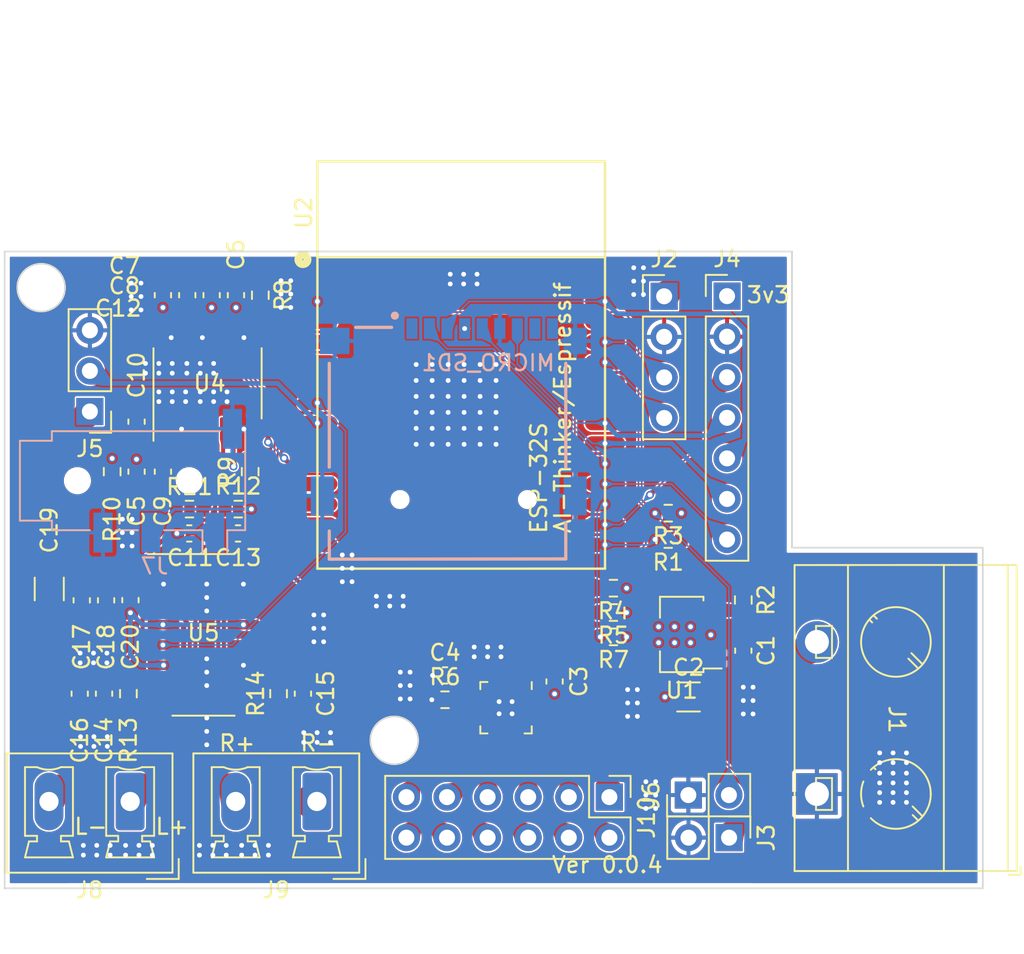
<source format=kicad_pcb>
(kicad_pcb (version 20221018) (generator pcbnew)
  (layers (0 "F.Cu" signal) (1 "In1.Cu" signal) (2 "In2.Cu" signal) (31 "B.Cu" signal) (34 "B.Paste" user) (35 "F.Paste" user) (36 "B.SilkS" user "B.Silkscreen") (37 "F.SilkS" user "F.Silkscreen") (38 "B.Mask" user) (39 "F.Mask" user) (44 "Edge.Cuts" user))
  (net 0 "")
  (net 1 "+5V")
  (net 2 "GND")
  (net 3 "+3V3")
  (net 4 "Net-(U3-VREG)")
  (net 5 "Net-(U4-CAPM)")
  (net 6 "Net-(U4-CAPP)")
  (net 7 "Net-(U4-VNEG)")
  (net 8 "/AUDIO_L")
  (net 9 "Net-(U4-LDOO)")
  (net 10 "/AUDIO_R")
  (net 11 "Net-(C14-Pad2)")
  (net 12 "Net-(C15-Pad2)")
  (net 13 "Net-(U5-VREF)")
  (net 14 "VDD")
  (net 15 "/TXD")
  (net 16 "/RXD")
  (net 17 "/IO0")
  (net 18 "/ESP_EN")
  (net 19 "/VSPI_MISO")
  (net 20 "/VSPI_MOSI")
  (net 21 "/VSPI_SCLK")
  (net 22 "/RC522_SPI_CS")
  (net 23 "/WS2812_SIG")
  (net 24 "/SD_SPI_CS")
  (net 25 "/MPR121/ELE1")
  (net 26 "/MPR121/ELE10")
  (net 27 "/MPR121/ELE3")
  (net 28 "/MPR121/ELE8")
  (net 29 "/MPR121/ELE5")
  (net 30 "/MPR121/ELE6")
  (net 31 "/MPR121/ELE7")
  (net 32 "/MPR121/ELE4")
  (net 33 "/MPR121/ELE9")
  (net 34 "/MPR121/ELE2")
  (net 35 "/MPR121/ELE11")
  (net 36 "/MPR121/ELE0")
  (net 37 "/~{RC522_RST}")
  (net 38 "/HSPI_MISO")
  (net 39 "/~{IRQ}")
  (net 40 "/HSPI_CLK")
  (net 43 "/HSPI_MOSI")
  (net 45 "/PAM8403/+AOUT_L")
  (net 46 "/PAM8403/-AOUT_L")
  (net 47 "/PAM8403/-AOUT_R")
  (net 48 "/PAM8403/+AOUT_R")
  (net 49 "/I2C_SDA")
  (net 50 "/I2C_SCL")
  (net 51 "Net-(U3-REXT)")
  (net 52 "/PCM5102/FLT_EN")
  (net 53 "/PCM5102/DEMP_EN")
  (net 54 "Net-(U4-OUTL)")
  (net 55 "Net-(U4-OUTR)")
  (net 56 "Net-(U5-INL)")
  (net 57 "Net-(U5-INR)")
  (net 60 "/AUDIO_MUTE")
  (net 61 "/I2S_LRC")
  (net 62 "/I2S_BCLK")
  (net 63 "/I2S_DO")
  (net 72 "/PAM8403/~{SHDN}")
  (footprint "Resistor_SMD:R_0603_1608Metric" (layer "F.Cu") (at 91.313 67.8865 90)
    (fp_text reference "R10")
    (fp_text value "100k")
  )
  (footprint "PowerExtLib:HB-9500" (layer "F.Cu") (at 140.437 83.302 90)
    (fp_text reference "J1")
    (fp_text value "AC_IN")
  )
  (footprint "Connector_Phoenix_MC_HighVoltage:PhoenixContact_MCV_1,5_2-G-5.08_1x02_P5.08mm_Vertical" (layer "F.Cu") (at 92.437793 88.539207 180)
    (fp_text reference "J8")
    (fp_text value "Conn_01x02")
  )
  (footprint "Resistor_SMD:R_0603_1608Metric" (layer "F.Cu") (at 130.811 75.922 -90)
    (fp_text reference "R2")
    (fp_text value "0")
  )
  (footprint "Capacitor_SMD:C_0603_1608Metric" (layer "F.Cu") (at 130.811 79.097 -90)
    (fp_text reference "C1")
    (fp_text value "10uF")
  )
  (footprint "Capacitor_SMD:C_0603_1608Metric" (layer "F.Cu") (at 92.837 64.757 -90)
    (fp_text reference "C10")
    (fp_text value "2.2uF")
  )
  (footprint "Resistor_SMD:R_0603_1608Metric" (layer "F.Cu") (at 101.727 81.788 90)
    (fp_text reference "R14")
    (fp_text value "10k")
  )
  (footprint "Capacitor_SMD:C_0603_1608Metric" (layer "F.Cu") (at 96.139 71.755 180)
    (fp_text reference "C11")
    (fp_text value "2.2uF")
  )
  (footprint "Resistor_SMD:R_0603_1608Metric" (layer "F.Cu") (at 96.152 70.231 180)
    (fp_text reference "R11")
    (fp_text value "470")
  )
  (footprint "Resistor_SMD:R_0603_1608Metric" (layer "F.Cu") (at 122.682 76.708 180)
    (fp_text reference "R5")
    (fp_text value "1k")
  )
  (footprint "Capacitor_SMD:C_0603_1608Metric" (layer "F.Cu") (at 118.999 81.026 90)
    (fp_text reference "C3")
    (fp_text value "0.1uF")
  )
  (footprint "Capacitor_SMD:C_0603_1608Metric" (layer "F.Cu") (at 112.141 80.645)
    (fp_text reference "C4")
    (fp_text value "0.1uF")
  )
  (footprint "Capacitor_SMD:C_0603_1608Metric" (layer "F.Cu") (at 94.488 67.8865 90)
    (fp_text reference "C9")
    (fp_text value "2.2uF")
  )
  (footprint "Resistor_SMD:R_0603_1608Metric" (layer "F.Cu") (at 126.111 70.485 180)
    (fp_text reference "R3")
    (fp_text value "12k")
  )
  (footprint "Resistor_SMD:R_0603_1608Metric" (layer "F.Cu") (at 122.682 78.232 180)
    (fp_text reference "R7")
    (fp_text value "1k")
  )
  (footprint "Resistor_SMD:R_0603_1608Metric" (layer "F.Cu") (at 99.949 67.8865 90)
    (fp_text reference "R9")
    (fp_text value "100k")
  )
  (footprint "Package_SO:TSSOP-20_4.4x6.5mm_P0.65mm" (layer "F.Cu") (at 97.282 62.357 90)
    (fp_text reference "U4")
    (fp_text value "PCM5102")
  )
  (footprint "Capacitor_SMD:C_0603_1608Metric" (layer "F.Cu") (at 97.536 56.8375 90)
    (fp_text reference "C8")
    (fp_text value "10uF")
  )
  (footprint "Connector_PinHeader_2.54mm:PinHeader_1x03_P2.54mm_Vertical" (layer "F.Cu") (at 89.916707 64.119293 180)
    (fp_text reference "J5")
    (fp_text value "Conn_01x03")
  )
  (footprint "Capacitor_SMD:C_0603_1608Metric" (layer "F.Cu") (at 89.281 81.788 -90)
    (fp_text reference "C16")
    (fp_text value "0.1uF")
  )
  (footprint "Package_SO:SOP-16_3.9x9.9mm_P1.27mm" (layer "F.Cu") (at 97.028 78.105)
    (fp_text reference "U5")
    (fp_text value "PAM8403D")
  )
  (footprint "Connector_PinHeader_2.54mm:PinHeader_1x02_P2.54mm_Vertical" (layer "F.Cu") (at 127.371 88.138 90)
    (fp_text reference "J6")
    (fp_text value "Conn_01x02")
  )
  (footprint "Capacitor_SMD:C_0603_1608Metric" (layer "F.Cu") (at 92.456 75.933 -90)
    (fp_text reference "C20")
    (fp_text value "1uF")
  )
  (footprint "Capacitor_SMD:C_0603_1608Metric" (layer "F.Cu") (at 94.488 56.8375 90)
    (fp_text reference "C7")
    (fp_text value "0.1uF")
  )
  (footprint "Resistor_SMD:R_0603_1608Metric" (layer "F.Cu") (at 112.141 82.169)
    (fp_text reference "R6")
    (fp_text value "75k 1%")
  )
  (footprint "Package_DFN_QFN:UQFN-20_3x3mm_P0.4mm" (layer "F.Cu") (at 115.9605 82.6675 -90)
    (fp_text reference "U3" hide)
    (fp_text value "MPR121QR2")
  )
  (footprint "Connector_Phoenix_MC_HighVoltage:PhoenixContact_MCV_1,5_2-G-5.08_1x02_P5.08mm_Vertical" (layer "F.Cu") (at 104.1235 88.5385 180)
    (fp_text reference "J9")
    (fp_text value "Conn_01x02")
  )
  (footprint "Capacitor_SMD:C_1206_3216Metric" (layer "F.Cu") (at 87.376 75.233 -90)
    (fp_text reference "C19")
    (fp_text value "470uF")
  )
  (footprint "Connector_PinHeader_2.54mm:PinHeader_1x02_P2.54mm_Vertical" (layer "F.Cu") (at 129.921 90.805 -90)
    (fp_text reference "J3")
    (fp_text value "DMODE")
  )
  (footprint "Capacitor_SMD:C_0603_1608Metric" (layer "F.Cu") (at 90.805 81.788 -90)
    (fp_text reference "C14")
    (fp_text value "0.1uF")
  )
  (footprint "Package_TO_SOT_SMD:SOT-89-3" (layer "F.Cu") (at 126.955 78.081 180)
    (fp_text reference "U1")
    (fp_text value "AMS1117-3.3")
  )
  (footprint "Capacitor_SMD:C_0603_1608Metric" (layer "F.Cu") (at 90.932 75.946 -90)
    (fp_text reference "C18")
    (fp_text value "1uF")
  )
  (footprint "Resistor_SMD:R_0603_1608Metric" (layer "F.Cu") (at 99.2 70.231)
    (fp_text reference "R12")
    (fp_text value "470")
  )
  (footprint "RF_Module:ESP-32S" (layer "F.Cu") (at 113.209566 65.477669)
    (fp_text reference "U2")
    (fp_text value "ESP-32S")
  )
  (footprint "Capacitor_SMD:C_0603_1608Metric" (layer "F.Cu") (at 99.06 56.8375 90)
    (fp_text reference "C6")
    (fp_text value "0.1uF")
  )
  (footprint "Capacitor_SMD:C_0603_1608Metric" (layer "F.Cu") (at 103.251 81.788 -90)
    (fp_text reference "C15")
    (fp_text value "0.1uF")
  )
  (footprint "Capacitor_SMD:C_0603_1608Metric" (layer "F.Cu") (at 92.837 67.8865 -90)
    (fp_text reference "C5")
    (fp_text value "0.1uF")
  )
  (footprint "Resistor_SMD:R_0603_1608Metric" (layer "F.Cu") (at 122.682 75.184 180)
    (fp_text reference "R4")
    (fp_text value "1k")
  )
  (footprint "Resistor_SMD:R_0603_1608Metric" (layer "F.Cu") (at 126.111 72.136 180)
    (fp_text reference "R1")
    (fp_text value "12k")
  )
  (footprint "Capacitor_SMD:C_0603_1608Metric" (layer "F.Cu") (at 89.408 75.946 -90)
    (fp_text reference "C17")
    (fp_text value "1uF")
  )
  (footprint "Resistor_SMD:R_0603_1608Metric" (layer "F.Cu") (at 92.329 81.788 90)
    (fp_text reference "R13")
    (fp_text value "10k")
  )
  (footprint "Capacitor_SMD:C_0603_1608Metric" (layer "F.Cu") (at 96.012 56.8375 -90)
    (fp_text reference "C12")
    (fp_text value "0.1uF")
  )
  (footprint "Connector_PinHeader_2.54mm:PinHeader_1x04_P2.54mm_Vertical" (layer "F.Cu") (at 125.857 56.906)
    (fp_text reference "J2")
    (fp_text value "UART_DOWNLOAD")
  )
  (footprint "Capacitor_SMD:C_1206_3216Metric" (layer "F.Cu") (at 127.381 81.994)
    (fp_text reference "C2")
    (fp_text value "10uF")
  )
  (footprint "Resistor_SMD:R_0603_1608Metric" (layer "F.Cu") (at 100.584 56.8375 -90)
    (fp_text reference "R8")
    (fp_text value "100k")
  )
  (footprint "Capacitor_SMD:C_0603_1608Metric" (layer "F.Cu") (at 99.187 71.755)
    (fp_text reference "C13")
    (fp_text value "2.2uF")
  )
  (footprint "Connector_PinHeader_2.54mm:PinHeader_1x07_P2.54mm_Vertical" (layer "F.Cu") (at 129.794 56.896)
    (fp_text reference "J4")
    (fp_text value "RC522_pins")
  )
  (footprint "Connector_PinHeader_2.54mm:PinHeader_2x06_P2.54mm_Vertical" (layer "F.Cu") (at 122.428 88.265 -90)
    (fp_text reference "J10")
    (fp_text value "Conn_02x06_Odd_Even")
  )
  (footprint "Connector_Audio:Jack_3.5mm_PJ320D_Horizontal" (layer "B.Cu") (at 93.913 68.453)
    (fp_text reference "J7")
    (fp_text value "AudioJack4")
  )
  (footprint "Connector_Card:TF-01A" (layer "B.Cu") (at 112.2998 66.1018 180)
    (fp_text reference "MICRO_SD1")
    (fp_text value "TF-01A")
  )
  (gr_circle (center 108.966 84.709) (end 108.966 86.209) (stroke (width 0.1)) (fill none) (layer "Edge.Cuts"))
  (gr_line (start 133.858 54.102) (end 84.582 54.102) (stroke (width 0.1)) (layer "Edge.Cuts"))
  (gr_line (start 145.796 93.98) (end 145.796 72.644) (stroke (width 0.1)) (layer "Edge.Cuts"))
  (gr_line (start 84.582 54.102) (end 84.582 93.98) (stroke (width 0.1)) (layer "Edge.Cuts"))
  (gr_line (start 84.582 93.98) (end 145.796 93.98) (stroke (width 0.1)) (layer "Edge.Cuts"))
  (gr_circle (center 86.868 56.364) (end 86.868 54.864) (stroke (width 0.1)) (fill none) (layer "Edge.Cuts"))
  (gr_line (start 145.796 72.644) (end 133.858 72.644) (stroke (width 0.1)) (layer "Edge.Cuts"))
  (gr_line (start 133.858 72.644) (end 133.858 54.102) (stroke (width 0.1)) (layer "Edge.Cuts"))
  (gr_text "R-" (at 102.997 85.471) (layer "F.SilkS") (effects (font (size 1 1)) (justify left bottom)))
  (gr_text "L-" (at 88.8585 90.6885) (layer "F.SilkS") (effects (font (size 1 1)) (justify left bottom)))
  (gr_text "3v3" (at 130.937 57.404) (layer "F.SilkS") (effects (font (size 1 1)) (justify left bottom)))
  (gr_text "Ver 0.0.4" (at 118.745 93.091) (layer "F.SilkS") (effects (font (size 1 1)) (justify left bottom)))
  (gr_text "L+" (at 93.9385 90.6885) (layer "F.SilkS") (effects (font (size 1 1)) (justify left bottom)))
  (gr_text "R+" (at 97.917 85.471) (layer "F.SilkS") (effects (font (size 1 1)) (justify left bottom)))
  (segment (start 92.456 76.721) (end 92.443 76.708) (width 0.3) (layer "F.Cu") (net 1))
  (segment (start 131.027 93.161) (end 88.844344 93.161) (width 0.8) (layer "F.Cu") (net 1))
  (segment (start 94.528 77.47) (end 94.488 77.47) (width 0.3) (layer "F.Cu") (net 1))
  (segment (start 85.852 68.184) (end 89.916 64.12) (width 0.8) (layer "F.Cu") (net 1))
  (segment (start 85.852 76.708) (end 85.852 68.184) (width 0.8) (layer "F.Cu") (net 1))
  (segment (start 133.059 80.57) (end 135.08 78.549) (width 0.8) (layer "F.Cu") (net 1))
  (segment (start 130.355 76.581) (end 130.811 77.037) (width 0.8) (layer "F.Cu") (net 1))
  (segment (start 130.811 78.322) (end 133.059 80.57) (width 0.8) (layer "F.Cu") (net 1))
  (segment (start 128.905 76.581) (end 130.355 76.581) (width 0.8) (layer "F.Cu") (net 1))
  (segment (start 92.443 76.708) (end 85.852 76.708) (width 0.3) (layer "F.Cu") (net 1))
  (segment (start 133.059 91.129) (end 131.027 93.161) (width 0.8) (layer "F.Cu") (net 1))
  (segment (start 85.852 90.168656) (end 85.852 76.708) (width 0.8) (layer "F.Cu") (net 1))
  (segment (start 130.811 77.037) (end 130.811 78.322) (width 0.8) (layer "F.Cu") (net 1))
  (segment (start 135.08 78.549) (end 135.416 78.549) (width 0.8) (layer "F.Cu") (net 1))
  (segment (start 88.844344 93.161) (end 85.852 90.168656) (width 0.8) (layer "F.Cu") (net 1))
  (segment (start 133.059 80.57) (end 133.059 91.129) (width 0.8) (layer "F.Cu") (net 1))
  (via (at 99.528 77.47) (size 0.5) (drill 0.3) (layers "F.Cu" "B.Cu") (net 1))
  (via (at 94.488 77.47) (size 0.5) (drill 0.3) (layers "F.Cu" "B.Cu") (net 1))
  (via (at 92.456 76.721) (size 0.5) (drill 0.3) (layers "F.Cu" "B.Cu") (net 1))
  (via (at 94.528 80.01) (size 0.5) (drill 0.3) (layers "F.Cu" "B.Cu") (net 1))
  (segment (start 94.488 77.47) (end 99.528 77.47) (width 0.3) (layer "B.Cu") (net 1))
  (segment (start 92.456 76.721) (end 92.456 79.375) (width 0.3) (layer "B.Cu") (net 1))
  (segment (start 93.091 80.01) (end 94.528 80.01) (width 0.3) (layer "B.Cu") (net 1))
  (segment (start 93.205 77.47) (end 92.456 76.721) (width 0.3) (layer "B.Cu") (net 1))
  (segment (start 92.456 79.375) (end 93.091 80.01) (width 0.3) (layer "B.Cu") (net 1))
  (segment (start 94.488 77.47) (end 93.205 77.47) (width 0.3) (layer "B.Cu") (net 1))
  (segment (start 114.598 81.8925) (end 115.1347 81.8925) (width 0.1) (layer "F.Cu") (net 2))
  (segment (start 114.573 81.8675) (end 114.598 81.8925) (width 0.1) (layer "F.Cu") (net 2))
  (segment (start 115.1347 81.8925) (end 115.5287 82.2865) (width 0.1) (layer "F.Cu") (net 2))
  (via (at 140.1826 86.106) (size 0.5) (drill 0.3) (layers "F.Cu" "B.Cu") (net 2))
  (via (at 97.2312 74.93) (size 0.5) (drill 0.3) (layers "F.Cu" "B.Cu") (net 2))
  (via (at 106.3244 73.9394) (size 0.5) (drill 0.3) (layers "F.Cu" "B.Cu") (net 2))
  (via (at 110.3376 62.1764) (size 0.5) (drill 0.3) (layers "F.Cu" "B.Cu") (net 2))
  (via (at 103.9368 76.8604) (size 0.5) (drill 0.3) (layers "F.Cu" "B.Cu") (net 2))
  (via (at 97.2312 81.28) (size 0.5) (drill 0.3) (layers "F.Cu" "B.Cu") (net 2))
  (via (at 99.4156 91.2876) (size 0.5) (drill 0.3) (layers "F.Cu" "B.Cu") (net 2))
  (via (at 101.8794 55.9308) (size 0.5) (drill 0.3) (layers "F.Cu" "B.Cu") (net 2))
  (via (at 93.3958 61.722) (size 0.5) (drill 0.3) (layers "F.Cu" "B.Cu") (net 2))
  (via (at 93.1164 56.0832) (size 0.5) (drill 0.3) (layers "F.Cu" "B.Cu") (net 2))
  (via (at 139.3444 87.376) (size 0.5) (drill 0.3) (layers "F.Cu" "B.Cu") (net 2))
  (via (at 94.234 63.5) (size 0.5) (drill 0.3) (layers "F.Cu" "B.Cu") (net 2))
  (via (at 107.8484 76.3016) (size 0.5) (drill 0.3) (layers "F.Cu" "B.Cu") (net 2))
  (via (at 104.14 84.2264) (size 0.5) (drill 0.3) (layers "F.Cu" "B.Cu") (net 2))
  (via (at 91.948 72.5424) (size 0.5) (drill 0.3) (layers "F.Cu" "B.Cu") (net 2))
  (via (at 123.952 55.9562) (size 0.5) (drill 0.3) (layers "F.Cu" "B.Cu") (net 2))
  (via (at 124.714 87.2998) (size 0.5) (drill 0.3) (layers "F.Cu" "B.Cu") (net 2))
  (via (at 92.5576 72.5424) (size 0.5) (drill 0.3) (layers "F.Cu" "B.Cu") (net 2))
  (via (at 123.571 82.3722) (size 0.5) (drill 0.3) (layers "F.Cu" "B.Cu") (net 2))
  (via (at 104.14 84.836) (size 0.5) (drill 0.3) (layers "F.Cu" "B.Cu") (net 2))
  (via (at 96.8248 61.722) (size 0.5) (drill 0.3) (layers "F.Cu" "B.Cu") (net 2))
  (via (at 113.3376 64.1764) (size 0.5) (drill 0.3) (layers "F.Cu" "B.Cu") (net 2))
  (via (at 90.3478 91.2876) (size 0.5) (drill 0.3) (layers "F.Cu" "B.Cu") (net 2))
  (via (at 108.6866 75.692) (size 0.5) (drill 0.3) (layers "F.Cu" "B.Cu") (net 2))
  (via (at 140.1826 86.7664) (size 0.5) (drill 0.3) (layers "F.Cu" "B.Cu") (net 2))
  (via (at 114.1476 55.5244) (size 0.5) (drill 0.3) (layers "F.Cu" "B.Cu") (net 2))
  (via (at 99.528 80.01) (size 0.5) (drill 0.3) (layers "F.Cu" "B.Cu") (net 2))
  (via (at 97.663 62.8904) (size 0.5) (drill 0.3) (layers "F.Cu" "B.Cu") (net 2))
  (via (at 90.1446 79.248) (size 0.5) (drill 0.3) (layers "F.Cu" "B.Cu") (net 2))
  (via (at 112.3376 65.1764) (size 0.5) (drill 0.3) (layers "F.Cu" "B.Cu") (net 2))
  (via (at 92.5068 57.7596) (size 0.5) (drill 0.3) (layers "F.Cu" "B.Cu") (net 2))
  (via (at 91.948 70.866) (size 0.5) (drill 0.3) (layers "F.Cu" "B.Cu") (net 2))
  (via (at 100.2538 91.2876) (size 0.5) (drill 0.3) (layers "F.Cu" "B.Cu") (net 2))
  (via (at 113.3094 56.134) (size 0.5) (drill 0.3) (layers "F.Cu" "B.Cu") (net 2))
  (via (at 111.3376 62.1764) (size 0.5) (drill 0.3) (layers "F.Cu" "B.Cu") (net 2))
  (via (at 97.663 61.722) (size 0.5) (drill 0.3) (layers "F.Cu" "B.Cu") (net 2))
  (via (at 124.5616 55.9562) (size 0.5) (drill 0.3) (layers "F.Cu" "B.Cu") (net 2))
  (via (at 112.3376 64.1764) (size 0.5) (drill 0.3) (layers "F.Cu" "B.Cu") (net 2))
  (via (at 94.234 61.1124) (size 0.5) (drill 0.3) (layers "F.Cu" "B.Cu") (net 2))
  (via (at 111.3376 63.1764) (size 0.5) (drill 0.3) (layers "F.Cu" "B.Cu") (net 2))
  (via (at 92.9894 91.8972) (size 0.5) (drill 0.3) (layers "F.Cu" "B.Cu") (net 2))
  (via (at 96.774 91.2876) (size 0.5) (drill 0.3) (layers "F.Cu" "B.Cu") (net 2))
  (via (at 103.3018 84.2264) (size 0.5) (drill 0.3) (layers "F.Cu" "B.Cu") (net 2))
  (via (at 114.3376 62.1764) (size 0.5) (drill 0.3) (layers "F.Cu" "B.Cu") (net 2))
  (via (at 109.347 81.28) (size 0.5) (drill 0.3) (layers "F.Cu" "B.Cu") (net 2))
  (via (at 102.489 55.9308) (size 0.5) (drill 0.3) (layers "F.Cu" "B.Cu") (net 2))
  (via (at 93.1164 56.9214) (size 0.5) (drill 0.3) (layers "F.Cu" "B.Cu") (net 2))
  (via (at 114.808 78.867) (size 0.5) (drill 0.3) (layers "F.Cu" "B.Cu") (net 2))
  (via (at 97.2312 84.9884) (size 0.5) (drill 0.3) (layers "F.Cu" "B.Cu") (net 2))
  (via (at 125.3236 88.9762) (size 0.5) (drill 0.3) (layers "F.Cu" "B.Cu") (net 2))
  (via (at 112.3376 62.1764) (size 0.5) (drill 0.3) (layers "F.Cu" "B.Cu") (net 2))
  (via (at 101.8794 57.6072) (size 0.5) (drill 0.3) (layers "F.Cu" "B.Cu") (net 2))
  (via (at 89.3318 84.4804) (size 0.5) (drill 0.3) (layers "F.Cu" "B.Cu") (net 2))
  (via (at 101.092 91.2876) (size 0.5) (drill 0.3) (layers "F.Cu" "B.Cu") (net 2))
  (via (at 139.3444 88.5952) (size 0.5) (drill 0.3) (layers "F.Cu" "B.Cu") (net 2))
  (via (at 125.3236 87.2998) (size 0.5) (drill 0.3) (layers "F.Cu" "B.Cu") (net 2))
  (via (at 116.3415 83.0485) (size 0.5) (drill 0.3) (layers "F.Cu" "B.Cu") (net 2))
  (via (at 115.6462 79.4766) (size 0.5) (drill 0.3) (layers "F.Cu" "B.Cu") (net 2))
  (via (at 110.3376 64.1764) (size 0.5) (drill 0.3) (layers "F.Cu" "B.Cu") (net 2))
  (via (at 110.3376 65.1764) (size 0.5) (drill 0.3) (layers "F.Cu" "B.Cu") (net 2))
  (via (at 140.1826 87.376) (size 0.5) (drill 0.3) (layers "F.Cu" "B.Cu") (net 2))
  (via (at 114.3376 65.1764) (size 0.5) (drill 0.3) (layers "F.Cu" "B.Cu") (net 2))
  (via (at 111.316 82.169) (size 0.5) (drill 0.3) (layers "F.Cu" "B.Cu") (net 2))
  (via (at 112.3376 61.1764) (size 0.5) (drill 0.3) (layers "F.Cu" "B.Cu") (net 2))
  (via (at 95.657 65.2195) (size 0.5) (drill 0.3) (layers "F.Cu" "B.Cu") (net 2))
  (via (at 101.092 91.8972) (size 0.5) (drill 0.3) (layers "F.Cu" "B.Cu") (net 2))
  (via (at 140.1826 88.5952) (size 0.5) (drill 0.3) (layers "F.Cu" "B.Cu") (net 2))
  (via (at 141.0208 87.9856) (size 0.5) (drill 0.3) (layers "F.Cu" "B.Cu") (net 2))
  (via (at 107.8484 75.692) (size 0.5) (drill 0.3) (layers "F.Cu" "B.Cu") (net 2))
  (via (at 99.4156 91.8972) (size 0.5) (drill 0.3) (layers "F.Cu" "B.Cu") (net 2))
  (via (at 125.3236 88.138) (size 0.5) (drill 0.3) (layers "F.Cu" "B.Cu") (net 2))
  (via (at 113.3376 66.1764) (size 0.5) (drill 0.3) (layers "F.Cu" "B.Cu") (net 2))
  (via (at 123.952 56.7944) (size 0.5) (drill 0.3) (layers "F.Cu" "B.Cu") (net 2))
  (via (at 92.1512 91.8972) (size 0.5) (drill 0.3) (layers "F.Cu" "B.Cu") (net 2))
  (via (at 95.007 59.4945) (size 0.5) (drill 0.3) (layers "F.Cu" "B.Cu") (net 2))
  (via (at 115.3376 64.1764) (size 0.5) (drill 0.3) (layers "F.Cu" "B.Cu") (net 2))
  (via (at 106.3244 74.7776) (size 0.5) (drill 0.3) (layers "F.Cu" "B.Cu") (net 2))
  (via (at 91.186 91.8972) (size 0.5) (drill 0.3) (layers "F.Cu" "B.Cu") (net 2))
  (via (at 114.3376 61.1764) (size 0.5) (drill 0.3) (layers "F.Cu" "B.Cu") (net 2))
  (via (at 113.3376 63.1764) (size 0.5) (drill 0.3) (layers "F.Cu" "B.Cu") (net 2))
  (via (at 114.808 79.4766) (size 0.5) (drill 0.3) (layers "F.Cu" "B.Cu") (net 2))
  (via (at 92.9894 91.2876) (size 0.5) (drill 0.3) (layers "F.Cu" "B.Cu") (net 2))
  (via (at 93.8276 91.8972) (size 0.5) (drill 0.3) (layers "F.Cu" "B.Cu") (net 2))
  (via (at 90.17 85.09) (size 0.5) (drill 0.3) (layers "F.Cu" "B.Cu") (net 2))
  (via (at 97.2312 76.6064) (size 0.5) (drill 0.3) (layers "F.Cu" "B.Cu") (net 2))
  (via (at 98.5012 62.8904) (size 0.5) (drill 0.3) (layers "F.Cu" "B.Cu") (net 2))
  (via (at 98.4504 91.2876) (size 0.5) (drill 0.3) (layers "F.Cu" "B.Cu") (net 2))
  (via (at 95.9866 61.1124) (size 0.5) (drill 0.3) (layers "F.Cu" "B.Cu") (net 2))
  (via (at 105.7148 74.7776) (size 0.5) (drill 0.3) (layers "F.Cu" "B.Cu") (net 2))
  (via (at 115.3376 61.1764) (size 0.5) (drill 0.3) (layers "F.Cu" "B.Cu") (net 2))
  (via (at 139.3444 86.106) (size 0.5) (drill 0.3) (layers "F.Cu" "B.Cu") (net 2))
  (via (at 104.9782 84.836) (size 0.5) (drill 0.3) (layers "F.Cu" "B.Cu") (net 2))
  (via (at 104.5464 77.6986) (size 0.5) (drill 0.3) (layers "F.Cu" "B.Cu") (net 2))
  (via (at 94.234 62.8904) (size 0.5) (drill 0.3) (layers "F.Cu" "B.Cu") (net 2))
  (via (at 123.571 83.2104) (size 0.5) (drill 0.3) (layers "F.Cu" "B.Cu") (net 2))
  (via (at 109.347 80.4418) (size 0.5) (drill 0.3) (layers "F.Cu" "B.Cu") (net 2))
  (via (at 124.5616 56.7944) (size 0.5) (drill 0.3) (layers "F.Cu" "B.Cu") (net 2))
  (via (at 109.9566 80.4418) (size 0.5) (drill 0.3) (layers "F.Cu" "B.Cu") (net 2))
  (via (at 100.2538 91.8972) (size 0.5) (drill 0.3) (layers "F.Cu" "B.Cu") (net 2))
  (via (at 97.6122 91.8972) (size 0.5) (drill 0.3) (layers "F.Cu" "B.Cu") (net 2))
  (via (at 97.663 61.1124) (size 0.5) (drill 0.3) (layers "F.Cu" "B.Cu") (net 2))
  (via (at 131.4196 82.2198) (size 0.5) (drill 0.3) (layers "F.Cu" "B.Cu") (net 2))
  (via (at 113.3376 61.1764) (size 0.5) (drill 0.3) (layers "F.Cu" "B.Cu") (net 2))
  (via (at 89.3318 85.09) (size 0.5) (drill 0.3) (layers "F.Cu" "B.Cu") (net 2))
  (via (at 90.17 84.4804) (size 0.5) (drill 0.3) (layers "F.Cu" "B.Cu") (net 2))
  (via (at 90.9828 79.248) (size 0.5) (drill 0.3) (layers "F.Cu" "B.Cu") (net 2))
  (via (at 97.2312 83.312) (size 0.5) (drill 0.3) (layers "F.Cu" "B.Cu") (net 2))
  (via (at 95.9104 63.5) (size 0.5) (drill 0.3) (layers "F.Cu" "B.Cu") (net 2))
  (via (at 91.948 71.7042) (size 0.5) (drill 0.3) (layers "F.Cu" "B.Cu") (net 2))
  (via (at 106.3244 73.1012) (size 0.5) (drill 0.3) (layers "F.Cu" "B.Cu") (net 2))
  (via (at 115.3376 66.1764) (size 0.5) (drill 0.3) (layers "F.Cu" "B.Cu") (net 2))
  (via (at 141.0208 85.4964) (size 0.5) (drill 0.3) (layers "F.Cu" "B.Cu") (net 2))
  (via (at 98.5012 63.5) (size 0.5) (drill 0.3) (layers "F.Cu" "B.Cu") (net 2))
  (via (at 111.366 80.645) (size 0.5) (drill 0.3) (layers "F.Cu" "B.Cu") (net 2))
  (via (at 96.774 91.8972) (size 0.5) (drill 0.3) (layers "F.Cu" "B.Cu") (net 2))
  (via (at 103.3018 84.836) (size 0.5) (drill 0.3) (layers "F.Cu" "B.Cu") (net 2))
  (via (at 103.9368 77.6986) (size 0.5) (drill 0.3) (layers "F.Cu" "B.Cu") (net 2))
  (via (at 96.8248 61.1124) (size 0.5) (drill 0.3) (layers "F.Cu" "B.Cu") (net 2))
  (via (at 111.3376 64.1764) (size 0.5) (drill 0.3) (layers "F.Cu" "B.Cu") (net 2))
  (via (at 124.1806 81.534) (size 0.5) (drill 0.3) (layers "F.Cu" "B.Cu") (net 2))
  (via (at 123.952 55.118) (size 0.5) (drill 0.3) (layers "F.Cu" "B.Cu") (net 2))
  (via (at 114.3376 66.1764) (size 0.5) (drill 0.3) (layers "F.Cu" "B.Cu") (net 2))
  (via (at 111.3376 65.1764) (size 0.5) (drill 0.3) (layers "F.Cu" "B.Cu") (net 2))
  (via (at 139.3444 87.9856) (size 0.5) (drill 0.3) (layers "F.Cu" "B.Cu") (net 2))
  (via (at 130.81 82.2198) (size 0.5) (drill 0.3) (layers "F.Cu" "B.Cu") (net 2))
  (via (at 113.3094 55.5244) (size 0.5) (drill 0.3) (layers "F.Cu" "B.Cu") (net 2))
  (via (at 97.2312 80.4418) (size 0.5) (drill 0.3) (layers "F.Cu" "B.Cu") (net 2))
  (via (at 92.5068 56.0832) (size 0.5) (drill 0.3) (layers "F.Cu" "B.Cu") (net 2))
  (via (at 90.9828 79.8576) (size 0.5) (drill 0.3) (layers "F.Cu" "B.Cu") (net 2))
  (via (at 95.0722 63.5) (size 0.5) (drill 0.3) (layers "F.Cu" "B.Cu") (net 2))
  (via (at 104.5464 76.8604) (size 0.5) (drill 0.3) (layers "F.Cu" "B.Cu") (net 2))
  (via (at 114.1476 56.134) (size 0.5) (drill 0.3) (layers "F.Cu" "B.Cu") (net 2))
  (via (at 102.489 57.6072) (size 0.5) (drill 0.3) (layers "F.Cu" "B.Cu") (net 2))
  (via (at 112.4712 55.5244) (size 0.5) (drill 0.3) (layers "F.Cu" "B.Cu") (net 2))
  (via (at 95.0722 61.1124) (size 0.5) (drill 0.3) (layers "F.Cu" "B.Cu") (net 2))
  (via (at 124.714 88.9762) (size 0.5) (drill 0.3) (layers "F.Cu" "B.Cu") (net 2))
  (via (at 130.81 83.058) (size 0.5) (drill 0.3) (layers "F.Cu" "B.Cu") (net 2))
  (via (at 124.5616 55.118) (size 0.5) (drill 0.3) (layers "F.Cu" "B.Cu") (net 2))
  (via (at 97.2312 75.7682) (size 0.5) (drill 0.3) (layers "F.Cu" "B.Cu") (net 2))
  (via (at 95.0722 61.722) (size 0.5) (drill 0.3) (layers "F.Cu" "B.Cu") (net 2))
  (via (at 113.9698 78.867) (size 0.5) (drill 0.3) (layers "F.Cu" "B.Cu") (net 2))
  (via (at 109.347 82.1182) (size 0.5) (drill 0.3) (layers "F.Cu" "B.Cu") (net 2))
  (via (at 109.5248 76.3016) (size 0.5) (drill 0.3) (layers "F.Cu" "B.Cu") (net 2))
  (via (at 110.3376 66.1764) (size 0.5) (drill 0.3) (layers "F.Cu" "B.Cu") (net 2))
  (via (at 140.1826 85.4964) (size 0.5) (drill 0.3) (layers "F.Cu" "B.Cu") (net 2))
  (via (at 141.0208 86.106) (size 0.5) (drill 0.3) (layers "F.Cu" "B.Cu") (net 2))
  (via (at 110.3376 61.1764) (size 0.5) (drill 0.3) (layers "F.Cu" "B.Cu") (net 2))
  (via (at 104.5464 78.5368) (size 0.5) (drill 0.3) (layers "F.Cu" "B.Cu") (net 2))
  (via (at 95.0722 62.8904) (size 0.5) (drill 0.3) (layers "F.Cu" "B.Cu") (net 2))
  (via (at 115.5287 83.0485) (size 0.5) (drill 0.3) (layers "F.Cu" "B.Cu") (net 2))
  (via (at 105.7148 73.9394) (size 0.5) (drill 0.3) (layers "F.Cu" "B.Cu") (net 2))
  (via (at 101.8794 56.769) (size 0.5) (drill 0.3) (layers "F.Cu" "B.Cu") (net 2))
  (via (at 110.3376 63.1764) (size 0.5) (drill 0.3) (layers "F.Cu" "B.Cu") (net 2))
  (via (at 112.3376 66.1764) (size 0.5) (drill 0.3) (layers "F.Cu" "B.Cu") (net 2))
  (via (at 90.1446 79.8576) (size 0.5) (drill 0.3) (layers "F.Cu" "B.Cu") (net 2))
  (via (at 96.8248 63.5) (size 0.5) (drill 0.3) (layers "F.Cu" "B.Cu") (net 2))
  (via (at 109.9566 81.28) (size 0.5) (drill 0.3) (layers "F.Cu" "B.Cu") (net 2))
  (via (at 116.3415 82.2865) (size 0.5) (drill 0.3) (layers "F.Cu" "B.Cu") (net 2))
  (via (at 89.3064 79.248) (size 0.5) (drill 0.3) (layers "F.Cu" "B.Cu") (net 2))
  (via (at 99.557 59.4945) (size 0.5) (drill 0.3) (layers "F.Cu" "B.Cu") (net 2))
  (via (at 98.4504 91.8972) (size 0.5) (drill 0.3) (layers "F.Cu" "B.Cu") (net 2))
  (via (at 96.957 59.4945) (size 0.5) (drill 0.3) (layers "F.Cu" "B.Cu") (net 2))
  (via (at 89.5096 91.2876) (size 0.5) (drill 0.3) (layers "F.Cu" "B.Cu") (net 2))
  (via (at 131.4196 81.3816) (size 0.5) (drill 0.3) (layers "F.Cu" "B.Cu") (net 2))
  (via (at 130.81 81.3816) (size 0.5) (drill 0.3) (layers "F.Cu" "B.Cu") (net 2))
  (via (at 141.0208 86.7664) (size 0.5) (drill 0.3) (layers "F.Cu" "B.Cu") (net 2))
  (via (at 90.3478 91.8972) (size 0.5) (drill 0.3) (layers "F.Cu" "B.Cu") (net 2))
  (via (at 112.4712 56.134) (size 0.5) (drill 0.3) (layers "F.Cu" "B.Cu") (net 2))
  (via (at 111.3376 61.1764) (size 0.5) (drill 0.3) (layers "F.Cu" "B.Cu") (net 2))
  (via (at 96.8248 62.8904) (size 0.5) (drill 0.3) (layers "F.Cu" "B.Cu") (net 2))
  (via (at 109.9566 82.1182) (size 0.5) (drill 0.3) (layers "F.Cu" "B.Cu") (net 2))
  (via (at 115.5287 82.2865) (size 0.5) (drill 0.3) (layers "F.Cu" "B.Cu") (net 2))
  (via (at 113.3376 65.1764) (size 0.5) (drill 0.3) (layers "F.Cu" "B.Cu") (net 2))
  (via (at 91.0082 84.4804) (size 0.5) (drill 0.3) (layers "F.Cu" "B.Cu") (net 2))
  (via (at 111.3376 66.1764) (size 0.5) (drill 0.3) (layers "F.Cu" "B.Cu") (net 2))
  (via (at 97.2312 79.6036) (size 0.5) (drill 0.3) (layers "F.Cu" "B.Cu") (net 2))
  (via (at 115.6462 78.867) (size 0.5) (drill 0.3) (layers "F.Cu" "B.Cu") (net 2))
  (via (at 124.1806 83.2104) (size 0.5) (drill 0.3) (layers "F.Cu" "B.Cu") (net 2))
  (via (at 92.1512 91.2876) (size 0.5) (drill 0.3) (layers "F.Cu" "B.Cu") (net 2))
  (via (at 93.3958 61.1124) (size 0.5) (drill 0.3) (layers "F.Cu" "B.Cu") (net 2))
  (via (at 131.4196 83.058) (size 0.5) (drill 0.3) (layers "F.Cu" "B.Cu") (net 2))
  (via (at 92.5068 56.9214) (size 0.5) (drill 0.3) (layers "F.Cu" "B.Cu") (net 2))
  (via (at 139.3444 85.4964) (size 0.5) (drill 0.3) (layers "F.Cu" "B.Cu") (net 2))
  (via (at 93.8276 91.2876) (size 0.5) (drill 0.3) (layers "F.Cu" "B.Cu") (net 2))
  (via (at 139.3444 86.7664) (size 0.5) (drill 0.3) (layers "F.Cu" "B.Cu") (net 2))
  (via (at 114.3376 63.1764) (size 0.5) (drill 0.3) (layers "F.Cu" "B.Cu") (net 2))
  (via (at 115.3376 62.1764) (size 0.5) (drill 0.3) (layers "F.Cu" "B.Cu") (net 2))
  (via (at 99.557 65.2195) (size 0.5) (drill 0.3) (layers "F.Cu" "B.Cu") (net 2))
  (via (at 93.1164 57.7596) (size 0.5) (drill 0.3) (layers "F.Cu" "B.Cu") (net 2))
  (via (at 89.5096 91.8972) (size 0.5) (drill 0.3) (layers "F.Cu" "B.Cu") (net 2))
  (via (at 92.5576 71.7042) (size 0.5) (drill 0.3) (layers "F.Cu" "B.Cu") (net 2))
  (via (at 112.3376 63.1764) (size 0.5) (drill 0.3) (layers "F.Cu" "B.Cu") (net 2))
  (via (at 99.528 74.93) (size 0.5) (drill 0.3) (layers "F.Cu" "B.Cu") (net 2))
  (via (at 102.489 56.769) (size 0.5) (drill 0.3) (layers "F.Cu" "B.Cu") (net 2))
  (via (at 113.3376 62.1764) (size 0.5) (drill 0.3) (layers "F.Cu" "B.Cu") (net 2))
  (via (at 97.663 63.5) (size 0.5) (drill 0.3) (layers "F.Cu" "B.Cu") (net 2))
  (via (at 141.0208 88.5952) (size 0.5) (drill 0.3) (layers "F.Cu" "B.Cu") (net 2))
  (via (at 91.186 91.2876) (size 0.5) (drill 0.3) (layers "F.Cu" "B.Cu") (net 2))
  (via (at 94.234 61.722) (size 0.5) (drill 0.3) (layers "F.Cu" "B.Cu") (net 2))
  (via (at 123.571 81.534) (size 0.5) (drill 0.3) (layers "F.Cu" "B.Cu") (net 2))
  (via (at 140.1826 87.9856) (size 0.5) (drill 0.3) (layers "F.Cu" "B.Cu") (net 2))
  (via (at 97.6122 91.2876) (size 0.5) (drill 0.3) (layers "F.Cu" "B.Cu") (net 2))
  (via (at 141.0208 87.376) (size 0.5) (drill 0.3) (layers "F.Cu" "B.Cu") (net 2))
  (via (at 113.9698 79.4766) (size 0.5) (drill 0.3) (layers "F.Cu" "B.Cu") (net 2))
  (via (at 94.528 74.93) (size 0.5) (drill 0.3) (layers "F.Cu" "B.Cu") (net 2))
  (via (at 105.7148 73.1012) (size 0.5) (drill 0.3) (layers "F.Cu" "B.Cu") (net 2))
  (via (at 124.1806 82.3722) (size 0.5) (drill 0.3) (layers "F.Cu" "B.Cu") (net 2))
  (via (at 95.9866 61.722) (size 0.5) (drill 0.3) (layers "F.Cu" "B.Cu") (net 2))
  (via (at 115.3376 63.1764) (size 0.5) (drill 0.3) (layers "F.Cu" "B.Cu") (net 2))
  (via (at 91.0082 85.09) (size 0.5) (drill 0.3) (layers "F.Cu" "B.Cu") (net 2))
  (via (at 114.3376 64.1764) (size 0.5) (drill 0.3) (layers "F.Cu" "B.Cu") (net 2))
  (via (at 92.5576 70.866) (size 0.5) (drill 0.3) (layers "F.Cu" "B.Cu") (net 2))
  (via (at 104.9782 84.2264) (size 0.5) (drill 0.3) (layers "F.Cu" "B.Cu") (net 2))
  (via (at 115.3376 65.1764) (size 0.5) (drill 0.3) (layers "F.Cu" "B.Cu") (net 2))
  (via (at 103.9368 78.5368) (size 0.5) (drill 0.3) (layers "F.Cu" "B.Cu") (net 2))
  (via (at 89.3064 79.8576) (size 0.5) (drill 0.3) (layers "F.Cu" "B.Cu") (net 2))
  (via (at 95.9104 62.8904) (size 0.5) (drill 0.3) (layers "F.Cu" "B.Cu") (net 2))
  (via (at 108.6866 76.3016) (size 0.5) (drill 0.3) (layers "F.Cu" "B.Cu") (net 2))
  (via (at 109.5248 75.692) (size 0.5) (drill 0.3) (layers "F.Cu" "B.Cu") (net 2))
  (via (at 124.714 88.138) (size 0.5) (drill 0.3) (layers "F.Cu" "B.Cu") (net 2))
  (via (at 97.2312 84.1502) (size 0.5) (drill 0.3) (layers "F.Cu" "B.Cu") (net 2))
  (segment (start 118.999 81.801) (end 118.9325 81.8675) (width 0.1) (layer "F.Cu") (net 3))
  (segment (start 126.936 70.485) (end 126.936 72.136) (width 0.25) (layer "F.Cu") (net 3))
  (segment (start 92.837 67.1115) (end 92.837 67.1115) (width 0.25) (layer "F.Cu") (net 3))
  (segment (start 118.999 81.801) (end 118.999 81.801) (width 0.1) (layer "F.Cu") (net 3))
  (segment (start 96.307 59.4945) (end 96.307 58.506) (width 0.25) (layer "F.Cu") (net 3))
  (segment (start 97.2005 57.6125) (end 97.536 57.6125) (width 0.25) (layer "F.Cu") (net 3))
  (segment (start 98.907 67.564) (end 98.907 65.2195) (width 0.25) (layer "F.Cu") (net 3))
  (segment (start 118.9325 81.8675) (end 117.348 81.8675) (width 0.1) (layer "F.Cu") (net 3))
  (segment (start 96.307 58.506) (end 97.2005 57.6125) (width 0.25) (layer "F.Cu") (net 3))
  (segment (start 94.357 57.7435) (end 94.357 59.4945) (width 0.25) (layer "F.Cu") (net 3))
  (segment (start 92.837 67.1115) (end 94.357 65.5915) (width 0.25) (layer "F.Cu") (net 3))
  (segment (start 94.357 65.5915) (end 94.357 65.2195) (width 0.25) (layer "F.Cu") (net 3))
  (segment (start 94.488 57.6125) (end 94.357 57.7435) (width 0.25) (layer "F.Cu") (net 3))
  (via (at 128.778 78.105) (size 0.5) (drill 0.3) (layers "F.Cu" "B.Cu") (net 3))
  (via (at 125.508 78.597) (size 0.5) (drill 0.3) (layers "F.Cu" "B.Cu") (net 3))
  (via (at 98.907 67.564) (size 0.5) (drill 0.3) (layers "F.Cu" "B.Cu") (net 3))
  (via (at 92.837 67.1115) (size 0.5) (drill 0.3) (layers "F.Cu" "B.Cu") (net 3))
  (via (at 123.507 76.708) (size 0.5) (drill 0.3) (layers "F.Cu" "B.Cu") (net 3))
  (via (at 126.508 77.597) (size 0.5) (drill 0.3) (layers "F.Cu" "B.Cu") (net 3))
  (via (at 113.37 58.928) (size 0.5) (drill 0.3) (layers "F.Cu" "B.Cu") (net 3))
  (via (at 125.508 77.597) (size 0.5) (drill 0.3) (layers "F.Cu" "B.Cu") (net 3))
  (via (at 118.999 81.801) (size 0.5) (drill 0.3) (layers "F.Cu" "B.Cu") (net 3))
  (via (at 123.507 75.184) (size 0.5) (drill 0.3) (layers "F.Cu" "B.Cu") (net 3))
  (via (at 104.157 57.230331) (size 0.5) (drill 0.3) (layers "F.Cu" "B.Cu") (net 3))
  (via (at 123.507 78.232) (size 0.5) (drill 0.3) (layers "F.Cu" "B.Cu") (net 3))
  (via (at 91.313 67.0615) (size 0.5) (drill 0.3) (layers "F.Cu" "B.Cu") (net 3))
  (via (at 125.906 81.994) (size 0.5) (drill 0.3) (layers "F.Cu" "B.Cu") (net 3))
  (via (at 94.488 57.6125) (size 0.5) (drill 0.3) (layers "F.Cu" "B.Cu") (net 3))
  (via (at 127.508 77.597) (size 0.5) (drill 0.3) (layers "F.Cu" "B.Cu") (net 3))
  (via (at 126.936 70.485) (size 0.5) (drill 0.3) (layers "F.Cu" "B.Cu") (net 3))
  (via (at 97.536 57.6125) (size 0.5) (drill 0.3) (layers "F.Cu" "B.Cu") (net 3))
  (via (at 99.06 57.6125) (size 0.5) (drill 0.3) (layers "F.Cu" "B.Cu") (net 3))
  (via (at 126.508 78.597) (size 0.5) (drill 0.3) (layers "F.Cu" "B.Cu") (net 3))
  (via (at 127.508 78.597) (size 0.5) (drill 0.3) (layers "F.Cu" "B.Cu") (net 3))
  (segment (start 114.5255 80.645) (end 115.1605 81.28) (width 0.1) (layer "F.Cu") (net 4))
  (segment (start 112.916 80.645) (end 114.5255 80.645) (width 0.1) (layer "F.Cu") (net 4))
  (segment (start 94.488 68.6615) (end 96.307 66.8425) (width 0.1) (layer "F.Cu") (net 5))
  (segment (start 96.307 66.8425) (end 96.307 65.2195) (width 0.1) (layer "F.Cu") (net 5))
  (segment (start 95.007 65.2195) (end 95.007 66.5925) (width 0.1) (layer "F.Cu") (net 6))
  (segment (start 95.007 66.5925) (end 94.488 67.1115) (width 0.1) (layer "F.Cu") (net 6))
  (segment (start 92.837 65.4865) (end 94.1885 64.135) (width 0.1) (layer "F.Cu") (net 7))
  (segment (start 94.1885 64.135) (end 96.313553 64.135) (width 0.1) (layer "F.Cu") (net 7))
  (segment (start 96.313553 64.135) (end 96.957 64.778447) (width 0.1) (layer "F.Cu") (net 7))
  (segment (start 96.957 64.778447) (end 96.957 65.2195) (width 0.1) (layer "F.Cu") (net 7))
  (segment (start 94.90267 71.755) (end 93.218 73.43967) (width 0.25) (layer "F.Cu") (net 8))
  (segment (start 95.327 70.231) (end 95.327 71.705) (width 0.25) (layer "F.Cu") (net 8))
  (segment (start 95.377 71.755) (end 94.90267 71.755) (width 0.25) (layer "F.Cu") (net 8))
  (segment (start 93.218 78.6) (end 90.805 81.013) (width 0.25) (layer "F.Cu") (net 8))
  (segment (start 93.218 73.43967) (end 93.218 78.6) (width 0.25) (layer "F.Cu") (net 8))
  (segment (start 95.327 71.705) (end 95.377 71.755) (width 0.25) (layer "F.Cu") (net 8))
  (via (at 95.364 71.755) (size 0.5) (drill 0.3) (layers "F.Cu" "B.Cu") (net 8))
  (segment (start 95.416 71.703) (end 95.364 71.755) (width 0.2) (layer "B.Cu") (net 8))
  (segment (start 97.738 71.703) (end 95.416 71.703) (width 0.2) (layer "B.Cu") (net 8))
  (segment (start 96.012 57.6125) (end 95.657 57.9675) (width 0.1) (layer "F.Cu") (net 9))
  (segment (start 95.657 57.9675) (end 95.657 59.4945) (width 0.1) (layer "F.Cu") (net 9))
  (segment (start 100.025 70.231) (end 100.025 71.692) (width 0.25) (layer "F.Cu") (net 10))
  (segment (start 103.251 75.044) (end 103.251 81.013) (width 0.25) (layer "F.Cu") (net 10))
  (segment (start 99.962 71.755) (end 103.251 75.044) (width 0.25) (layer "F.Cu") (net 10))
  (segment (start 100.025 71.692) (end 99.962 71.755) (width 0.25) (layer "F.Cu") (net 10))
  (via (at 100.025 70.231) (size 0.5) (drill 0.3) (layers "F.Cu" "B.Cu") (net 10))
  (segment (start 93.738 71.703) (end 95.21 70.231) (width 0.2) (layer "B.Cu") (net 10))
  (segment (start 95.21 70.231) (end 100.025 70.231) (width 0.2) (layer "B.Cu") (net 10))
  (segment (start 90.805 82.563) (end 92.279 82.563) (width 0.25) (layer "F.Cu") (net 11))
  (segment (start 92.279 82.563) (end 92.329 82.613) (width 0.25) (layer "F.Cu") (net 11))
  (segment (start 103.251 82.563) (end 101.777 82.563) (width 0.25) (layer "F.Cu") (net 12))
  (segment (start 101.777 82.563) (end 101.727 82.613) (width 0.25) (layer "F.Cu") (net 12))
  (segment (start 89.281 82.563) (end 89.903 83.185) (width 0.1) (layer "F.Cu") (net 13))
  (segment (start 93.893 83.185) (end 94.528 82.55) (width 0.1) (layer "F.Cu") (net 13))
  (segment (start 89.903 83.185) (end 93.893 83.185) (width 0.1) (layer "F.Cu") (net 13))
  (segment (start 132.969 57.277) (end 132.969 72.939) (width 0.8) (layer "F.Cu") (net 14))
  (segment (start 127.217 55.546) (end 131.238 55.546) (width 0.8) (layer "F.Cu") (net 14))
  (segment (start 132.969 72.939) (end 130.811 75.097) (width 0.8) (layer "F.Cu") (net 14))
  (segment (start 131.238 55.546) (end 132.969 57.277) (width 0.8) (layer "F.Cu") (net 14))
  (segment (start 125.857 56.906) (end 127.217 55.546) (width 0.8) (layer "F.Cu") (net 14))
  (via (at 122.157 59.770331) (size 0.5) (drill 0.3) (layers "F.Cu" "B.Cu") (net 15))
  (segment (start 125.857 61.986) (end 123.641331 59.770331) (width 0.1) (layer "B.Cu") (net 15))
  (segment (start 123.641331 59.770331) (end 122.157 59.770331) (width 0.1) (layer "B.Cu") (net 15))
  (via (at 122.157 61.040331) (size 0.5) (drill 0.3) (layers "F.Cu" "B.Cu") (net 16))
  (segment (start 122.371331 61.040331) (end 122.157 61.040331) (width 0.1) (layer "B.Cu") (net 16))
  (segment (start 125.857 64.526) (end 122.371331 61.040331) (width 0.1) (layer "B.Cu") (net 16))
  (segment (start 126.746 81.153) (end 126.746 83.156158) (width 0.1) (layer "F.Cu") (net 17))
  (segment (start 125.286 72.136) (end 124.46 72.962) (width 0.1) (layer "F.Cu") (net 17))
  (segment (start 125.286 72.136) (end 125.286 72.136) (width 0.1) (layer "F.Cu") (net 17))
  (segment (start 131.064 87.474158) (end 131.064 89.662) (width 0.1) (layer "F.Cu") (net 17))
  (segment (start 124.46 72.962) (end 124.46 78.867) (width 0.1) (layer "F.Cu") (net 17))
  (segment (start 131.064 89.662) (end 129.921 90.805) (width 0.1) (layer "F.Cu") (net 17))
  (segment (start 124.46 78.867) (end 126.746 81.153) (width 0.1) (layer "F.Cu") (net 17))
  (segment (start 126.746 83.156158) (end 131.064 87.474158) (width 0.1) (layer "F.Cu") (net 17))
  (via (at 125.286 72.136) (size 0.5) (drill 0.3) (layers "F.Cu" "B.Cu") (net 17))
  (via (at 122.157 72.470331) (size 0.5) (drill 0.3) (layers "F.Cu" "B.Cu") (net 17))
  (segment (start 124.951669 72.470331) (end 125.286 72.136) (width 0.1) (layer "B.Cu") (net 17))
  (segment (start 122.157 72.470331) (end 124.951669 72.470331) (width 0.1) (layer "B.Cu") (net 17))
  (segment (start 125.286 70.485) (end 124.4499 69.6489) (width 0.1) (layer "F.Cu") (net 18))
  (segment (start 123.305331 57.900331) (end 104.757 57.900331) (width 0.1) (layer "F.Cu") (net 18))
  (segment (start 124.4499 59.0449) (end 123.305331 57.900331) (width 0.1) (layer "F.Cu") (net 18))
  (segment (start 124.4499 69.6489) (end 124.4499 59.0449) (width 0.1) (layer "F.Cu") (net 18))
  (segment (start 104.757 57.900331) (end 104.157 58.500331) (width 0.1) (layer "F.Cu") (net 18))
  (via (at 125.286 70.485) (size 0.5) (drill 0.3) (layers "F.Cu" "B.Cu") (net 18))
  (segment (start 125.286 70.485) (end 129.911 75.11) (width 0.1) (layer "B.Cu") (net 18))
  (segment (start 129.911 75.11) (end 129.911 88.265) (width 0.1) (layer "B.Cu") (net 18))
  (via (at 122.157 64.850331) (size 0.5) (drill 0.3) (layers "F.Cu" "B.Cu") (net 19))
  (segment (start 128.684 65.626) (end 122.932669 65.626) (width 0.3) (layer "B.Cu") (net 19))
  (segment (start 120.375173 64.850331) (end 122.157 64.850331) (width 0.1) (layer "B.Cu") (net 19))
  (segment (start 116.67 61.145158) (end 120.375173 64.850331) (width 0.1) (layer "B.Cu") (net 19))
  (segment (start 129.794 64.516) (end 128.684 65.626) (width 0.3) (layer "B.Cu") (net 19))
  (segment (start 122.932669 65.626) (end 122.157 64.850331) (width 0.3) (layer "B.Cu") (net 19))
  (segment (start 116.67 58.928) (end 116.67 61.145158) (width 0.1) (layer "B.Cu") (net 19))
  (segment (start 129.794 67.056) (end 129.794 67.048786) (width 0.1) (layer "F.Cu") (net 20))
  (segment (start 123.016331 57.230331) (end 122.157 57.230331) (width 0.1) (layer "F.Cu") (net 20))
  (via (at 122.157 57.230331) (size 0.5) (drill 0.3) (layers "F.Cu" "B.Cu") (net 20))
  (segment (start 130.894 65.956) (end 130.894 58.980365) (width 0.3) (layer "B.Cu") (net 20))
  (segment (start 113.667669 57.230331) (end 122.157 57.230331) (width 0.1) (layer "B.Cu") (net 20))
  (segment (start 122.932669 58.006) (end 122.157 57.230331) (width 0.3) (layer "B.Cu") (net 20))
  (segment (start 112.27 58.928) (end 112.27 58.628) (width 0.1) (layer "B.Cu") (net 20))
  (segment (start 112.27 58.628) (end 113.667669 57.230331) (width 0.1) (layer "B.Cu") (net 20))
  (segment (start 129.919635 58.006) (end 122.932669 58.006) (width 0.3) (layer "B.Cu") (net 20))
  (segment (start 130.894 58.980365) (end 129.919635 58.006) (width 0.3) (layer "B.Cu") (net 20))
  (segment (start 129.794 67.056) (end 130.894 65.956) (width 0.3) (layer "B.Cu") (net 20))
  (via (at 122.157 66.120331) (size 0.5) (drill 0.3) (layers "F.Cu" "B.Cu") (net 21))
  (segment (start 114.47 59.228) (end 121.362331 66.120331) (width 0.1) (layer "B.Cu") (net 21))
  (segment (start 129.794 69.596) (end 126.318331 66.120331) (width 0.3) (layer "B.Cu") (net 21))
  (segment (start 114.47 58.928) (end 114.47 59.228) (width 0.1) (layer "B.Cu") (net 21))
  (segment (start 121.362331 66.120331) (end 122.157 66.120331) (width 0.1) (layer "B.Cu") (net 21))
  (segment (start 126.318331 66.120331) (end 122.157 66.120331) (width 0.3) (layer "B.Cu") (net 21))
  (via (at 122.157 68.660331) (size 0.5) (drill 0.3) (layers "F.Cu" "B.Cu") (net 22))
  (segment (start 129.794 72.136) (end 126.318331 68.660331) (width 0.1) (layer "B.Cu") (net 22))
  (segment (start 126.318331 68.660331) (end 122.157 68.660331) (width 0.1) (layer "B.Cu") (net 22))
  (via (at 104.157 64.850331) (size 0.5) (drill 0.3) (layers "F.Cu" "B.Cu") (net 23))
  (segment (start 90.693 62.357) (end 89.916 61.58) (width 0.3) (layer "B.Cu") (net 23))
  (segment (start 104.157 64.850331) (end 101.663669 62.357) (width 0.3) (layer "B.Cu") (net 23))
  (segment (start 101.663669 62.357) (end 90.693 62.357) (width 0.3) (layer "B.Cu") (net 23))
  (via (at 122.157 67.390331) (size 0.5) (drill 0.3) (layers "F.Cu" "B.Cu") (net 24))
  (segment (start 115.157158 60.198) (end 122.157 67.197842) (width 0.1) (layer "B.Cu") (net 24))
  (segment (start 112.278 60.198) (end 115.157158 60.198) (width 0.1) (layer "B.Cu") (net 24))
  (segment (start 111.17 59.09) (end 112.278 60.198) (width 0.1) (layer "B.Cu") (net 24))
  (segment (start 122.157 67.197842) (end 122.157 67.390331) (width 0.1) (layer "B.Cu") (net 24))
  (segment (start 111.17 58.928) (end 111.17 59.09) (width 0.1) (layer "B.Cu") (net 24))
  (segment (start 114.573 83.0675) (end 114.110499 83.0675) (width 0.1) (layer "F.Cu") (net 25))
  (segment (start 110.744 89.789) (end 109.728 90.805) (width 0.1) (layer "F.Cu") (net 25))
  (segment (start 114.110499 83.0675) (end 110.744 86.433999) (width 0.1) (layer "F.Cu") (net 25))
  (segment (start 110.744 86.433999) (end 110.744 89.789) (width 0.1) (layer "F.Cu") (net 25))
  (segment (start 121.158 86.132157) (end 121.158 89.535) (width 0.1) (layer "F.Cu") (net 26))
  (segment (start 121.158 89.535) (end 122.428 90.805) (width 0.1) (layer "F.Cu") (net 26))
  (segment (start 117.348 82.6675) (end 117.693343 82.6675) (width 0.1) (layer "F.Cu") (net 26))
  (segment (start 117.693343 82.6675) (end 121.158 86.132157) (width 0.1) (layer "F.Cu") (net 26))
  (segment (start 112.649 88.265) (end 112.268 88.265) (width 0.1) (layer "F.Cu") (net 27))
  (segment (start 115.1605 84.055) (end 115.1605 85.7535) (width 0.1) (layer "F.Cu") (net 27))
  (segment (start 115.1605 85.7535) (end 112.649 88.265) (width 0.1) (layer "F.Cu") (net 27))
  (segment (start 117.816359 83.4675) (end 118.618 84.269141) (width 0.1) (layer "F.Cu") (net 28))
  (segment (start 118.618 89.535) (end 119.888 90.805) (width 0.1) (layer "F.Cu") (net 28))
  (segment (start 117.348 83.4675) (end 117.816359 83.4675) (width 0.1) (layer "F.Cu") (net 28))
  (segment (start 118.618 84.269141) (end 118.618 89.535) (width 0.1) (layer "F.Cu") (net 28))
  (segment (start 115.824 84.1915) (end 115.824 85.655684) (width 0.1) (layer "F.Cu") (net 29))
  (segment (start 114.808 86.671684) (end 114.808 88.265) (width 0.1) (layer "F.Cu") (net 29))
  (segment (start 115.824 85.655684) (end 114.808 86.671684) (width 0.1) (layer "F.Cu") (net 29))
  (segment (start 115.9605 84.055) (end 115.824 84.1915) (width 0.1) (layer "F.Cu") (net 29))
  (segment (start 116.078 89.535) (end 117.348 90.805) (width 0.1) (layer "F.Cu") (net 30))
  (segment (start 116.3605 84.055) (end 116.3605 84.400343) (width 0.1) (layer "F.Cu") (net 30))
  (segment (start 116.078 84.682843) (end 116.078 89.535) (width 0.1) (layer "F.Cu") (net 30))
  (segment (start 116.3605 84.400343) (end 116.078 84.682843) (width 0.1) (layer "F.Cu") (net 30))
  (segment (start 116.7605 84.055) (end 117.348 84.6425) (width 0.1) (layer "F.Cu") (net 31))
  (segment (start 117.348 84.6425) (end 117.348 88.265) (width 0.1) (layer "F.Cu") (net 31))
  (segment (start 113.538 89.535) (end 114.808 90.805) (width 0.1) (layer "F.Cu") (net 32))
  (segment (start 113.538 87.658842) (end 113.538 89.535) (width 0.1) (layer "F.Cu") (net 32))
  (segment (start 115.624 85.572842) (end 113.538 87.658842) (width 0.1) (layer "F.Cu") (net 32))
  (segment (start 115.5605 84.055) (end 115.624 84.1185) (width 0.1) (layer "F.Cu") (net 32))
  (segment (start 115.624 84.1185) (end 115.624 85.572842) (width 0.1) (layer "F.Cu") (net 32))
  (segment (start 117.699201 83.0675) (end 119.888 85.256299) (width 0.1) (layer "F.Cu") (net 33))
  (segment (start 117.348 83.0675) (end 117.699201 83.0675) (width 0.1) (layer "F.Cu") (net 33))
  (segment (start 119.888 85.256299) (end 119.888 88.265) (width 0.1) (layer "F.Cu") (net 33))
  (segment (start 110.944 89.481) (end 112.268 90.805) (width 0.1) (layer "F.Cu") (net 34))
  (segment (start 113.993341 83.4675) (end 110.944 86.516841) (width 0.1) (layer "F.Cu") (net 34))
  (segment (start 114.573 83.4675) (end 113.993341 83.4675) (width 0.1) (layer "F.Cu") (net 34))
  (segment (start 110.944 86.516841) (end 110.944 89.481) (width 0.1) (layer "F.Cu") (net 34))
  (segment (start 122.428 87.002157) (end 122.428 88.265) (width 0.1) (layer "F.Cu") (net 35))
  (segment (start 117.693343 82.2675) (end 122.428 87.002157) (width 0.1) (layer "F.Cu") (net 35))
  (segment (start 117.348 82.2675) (end 117.693343 82.2675) (width 0.1) (layer "F.Cu") (net 35))
  (segment (start 110.544 87.449) (end 109.728 88.265) (width 0.1) (layer "F.Cu") (net 36))
  (segment (start 114.227657 82.6675) (end 110.544 86.351157) (width 0.1) (layer "F.Cu") (net 36))
  (segment (start 110.544 86.351157) (end 110.544 87.449) (width 0.1) (layer "F.Cu") (net 36))
  (segment (start 114.573 82.6675) (end 114.227657 82.6675) (width 0.1) (layer "F.Cu") (net 36))
  (segment (start 128.397 65.913) (end 124.968 69.342) (width 0.1) (layer "F.Cu") (net 37))
  (segment (start 129.794 61.976) (end 128.397 63.373) (width 0.1) (layer "F.Cu") (net 37))
  (segment (start 128.397 63.373) (end 128.397 65.913) (width 0.1) (layer "F.Cu") (net 37))
  (via (at 122.157 71.200331) (size 0.5) (drill 0.3) (layers "F.Cu" "B.Cu") (net 37))
  (via (at 124.968 69.342) (size 0.5) (drill 0.3) (layers "F.Cu" "B.Cu") (net 37))
  (segment (start 124.968 69.342) (end 123.109669 71.200331) (width 0.1) (layer "B.Cu") (net 37))
  (segment (start 123.109669 71.200331) (end 122.157 71.200331) (width 0.1) (layer "B.Cu") (net 37))
  (segment (start 116.7605 80.700341) (end 116.7605 81.28) (width 0.1) (layer "F.Cu") (net 39))
  (segment (start 119.228841 78.232) (end 116.7605 80.700341) (width 0.1) (layer "F.Cu") (net 39))
  (segment (start 121.857 78.232) (end 119.228841 78.232) (width 0.1) (layer "F.Cu") (net 39))
  (via (at 121.857 78.232) (size 0.5) (drill 0.3) (layers "F.Cu" "B.Cu") (net 39))
  (via (at 122.157 69.930331) (size 0.5) (drill 0.3) (layers "F.Cu" "B.Cu") (net 39))
  (segment (start 121.857 78.232) (end 121.666 78.041) (width 0.1) (layer "B.Cu") (net 39))
  (segment (start 121.666 70.421331) (end 122.157 69.930331) (width 0.1) (layer "B.Cu") (net 39))
  (segment (start 121.666 78.041) (end 121.666 70.421331) (width 0.1) (layer "B.Cu") (net 39))
  (segment (start 94.528 73.66) (end 94.78833 73.66) (width 0.25) (layer "F.Cu") (net 45))
  (segment (start 96.52 75.39167) (end 96.52 84.457) (width 0.25) (layer "F.Cu") (net 45))
  (segment (start 96.52 84.457) (end 92.4385 88.5385) (width 0.25) (layer "F.Cu") (net 45))
  (segment (start 94.78833 73.66) (end 96.52 75.39167) (width 0.25) (layer "F.Cu") (net 45))
  (segment (start 94.249026 86.233) (end 89.664 86.233) (width 0.25) (layer "F.Cu") (net 46))
  (segment (start 96.17 84.312026) (end 94.249026 86.233) (width 0.25) (layer "F.Cu") (net 46))
  (segment (start 94.869 76.2) (end 96.17 77.501) (width 0.25) (layer "F.Cu") (net 46))
  (segment (start 96.17 77.501) (end 96.17 84.312026) (width 0.25) (layer "F.Cu") (net 46))
  (segment (start 89.664 86.233) (end 87.3585 88.5385) (width 0.25) (layer "F.Cu") (net 46))
  (segment (start 94.528 76.2) (end 94.869 76.2) (width 0.25) (layer "F.Cu") (net 46))
  (segment (start 98.303 84.714) (end 102.1275 88.5385) (width 0.25) (layer "F.Cu") (net 47))
  (segment (start 99.26767 76.2) (end 98.303 77.16467) (width 0.25) (layer "F.Cu") (net 47))
  (segment (start 99.528 76.2) (end 99.26767 76.2) (width 0.25) (layer "F.Cu") (net 47))
  (segment (start 102.1275 88.5385) (end 104.1225 88.5385) (width 0.25) (layer "F.Cu") (net 47))
  (segment (start 98.303 77.16467) (end 98.303 84.714) (width 0.25) (layer "F.Cu") (net 47))
  (segment (start 99.26767 73.66) (end 97.953 74.97467) (width 0.25) (layer "F.Cu") (net 48))
  (segment (start 99.528 73.66) (end 99.26767 73.66) (width 0.25) (layer "F.Cu") (net 48))
  (segment (start 97.953 74.97467) (end 97.953 87.449) (width 0.25) (layer "F.Cu") (net 48))
  (segment (start 97.953 87.449) (end 99.0425 88.5385) (width 0.25) (layer "F.Cu") (net 48))
  (segment (start 121.778472 62.310331) (end 122.157 62.310331) (width 0.1) (layer "F.Cu") (net 49))
  (segment (start 115.9605 81.28) (end 115.9605 80.934657) (width 0.1) (layer "F.Cu") (net 49))
  (segment (start 115.9605 80.934657) (end 121.711157 75.184) (width 0.1) (layer "F.Cu") (net 49))
  (segment (start 121.857 75.184) (end 120.269 73.596) (width 0.1) (layer "F.Cu") (net 49))
  (segment (start 120.269 73.596) (end 120.269 63.819803) (width 0.1) (layer "F.Cu") (net 49))
  (segment (start 121.711157 75.184) (end 121.857 75.184) (width 0.1) (layer "F.Cu") (net 49))
  (segment (start 120.269 63.819803) (end 121.778472 62.310331) (width 0.1) (layer "F.Cu") (net 49))
  (segment (start 120.469999 76.708) (end 121.857 76.708) (width 0.1) (layer "F.Cu") (net 50))
  (segment (start 121.857 76.708) (end 122.756 75.809) (width 0.1) (layer "F.Cu") (net 50))
  (segment (start 122.756 75.809) (end 122.756 74.383158) (width 0.1) (layer "F.Cu") (net 50))
  (segment (start 122.756 74.383158) (end 124.714 72.425158) (width 0.1) (layer "F.Cu") (net 50))
  (segment (start 116.3605 80.817499) (end 120.469999 76.708) (width 0.1) (layer "F.Cu") (net 50))
  (segment (start 123.622489 58.500331) (end 122.157 58.500331) (width 0.1) (layer "F.Cu") (net 50))
  (segment (start 124.714 72.425158) (end 124.714 70.195842) (width 0.1) (layer "F.Cu") (net 50))
  (segment (start 124.714 70.195842) (end 124.2499 69.731742) (width 0.1) (layer "F.Cu") (net 50))
  (segment (start 116.3605 81.28) (end 116.3605 80.817499) (width 0.1) (layer "F.Cu") (net 50))
  (segment (start 124.2499 69.731742) (end 124.2499 59.127742) (width 0.1) (layer "F.Cu") (net 50))
  (segment (start 124.2499 59.127742) (end 123.622489 58.500331) (width 0.1) (layer "F.Cu") (net 50))
  (segment (start 112.966 82.169) (end 113.0645 82.2675) (width 0.1) (layer "F.Cu") (net 51))
  (segment (start 113.0645 82.2675) (end 114.573 82.2675) (width 0.1) (layer "F.Cu") (net 51))
  (segment (start 100.076 57.6625) (end 100.207 57.7935) (width 0.1) (layer "F.Cu") (net 52))
  (segment (start 100.207 57.7935) (end 100.207 59.4945) (width 0.1) (layer "F.Cu") (net 52))
  (segment (start 100.207 65.2195) (end 100.207 66.8035) (width 0.1) (layer "F.Cu") (net 53))
  (segment (start 100.207 66.8035) (end 99.949 67.0615) (width 0.1) (layer "F.Cu") (net 53))
  (segment (start 97.607 69.601) (end 97.607 65.2195) (width 0.25) (layer "F.Cu") (net 54))
  (segment (start 96.977 70.231) (end 97.607 69.601) (width 0.25) (layer "F.Cu") (net 54))
  (segment (start 98.257 70.113) (end 98.375 70.231) (width 0.25) (layer "F.Cu") (net 55))
  (segment (start 98.257 65.2195) (end 98.257 70.113) (width 0.25) (layer "F.Cu") (net 55))
  (segment (start 92.329 80.963) (end 92.646 81.28) (width 0.25) (layer "F.Cu") (net 56))
  (segment (start 92.646 81.28) (end 94.528 81.28) (width 0.25) (layer "F.Cu") (net 56))
  (segment (start 99.528 81.28) (end 101.41 81.28) (width 0.25) (layer "F.Cu") (net 57))
  (segment (start 101.41 81.28) (end 101.727 80.963) (width 0.25) (layer "F.Cu") (net 57))
  (segment (start 94.528 78.74) (end 94.488 78.74) (width 0.1) (layer "F.Cu") (net 60))
  (via (at 104.157 63.580331) (size 0.5) (drill 0.3) (layers "F.Cu" "B.Cu") (net 60))
  (via (at 94.488 78.74) (size 0.5) (drill 0.3) (layers "F.Cu" "B.Cu") (net 60))
  (segment (start 105.918 65.341331) (end 104.157 63.580331) (width 0.1) (layer "B.Cu") (net 60))
  (segment (start 94.488 78.74) (end 98.823686 78.74) (width 0.1) (layer "B.Cu") (net 60))
  (segment (start 98.823686 78.74) (end 105.918 71.645686) (width 0.1) (layer "B.Cu") (net 60))
  (segment (start 105.918 71.645686) (end 105.918 65.341331) (width 0.1) (layer "B.Cu") (net 60))
  (segment (start 102.0725 67.039) (end 102.423831 67.390331) (width 0.1) (layer "F.Cu") (net 61))
  (segment (start 101.0735 66.04) (end 101.0735 63.510342) (width 0.1) (layer "F.Cu") (net 61))
  (segment (start 101.0735 63.510342) (end 97.607 60.043842) (width 0.1) (layer "F.Cu") (net 61))
  (segment (start 97.607 60.043842) (end 97.607 59.4945) (width 0.1) (layer "F.Cu") (net 61))
  (segment (start 102.423831 67.390331) (end 104.157 67.390331) (width 0.1) (layer "F.Cu") (net 61))
  (via (at 101.0735 66.04) (size 0.5) (drill 0.3) (layers "F.Cu" "B.Cu") (net 61))
  (via (at 102.0725 67.039) (size 0.5) (drill 0.3) (layers "F.Cu" "B.Cu") (net 61))
  (segment (start 102.0725 67.039) (end 101.0735 66.04) (width 0.1) (layer "B.Cu") (net 61))
  (segment (start 104.157 68.660331) (end 102.442331 68.660331) (width 0.1) (layer "F.Cu") (net 62))
  (segment (start 102.442331 68.660331) (end 101.673 67.891) (width 0.1) (layer "F.Cu") (net 62))
  (segment (start 101.673 63.544158) (end 98.907 60.778158) (width 0.1) (layer "F.Cu") (net 62))
  (segment (start 98.907 60.778158) (end 98.907 59.4945) (width 0.1) (layer "F.Cu") (net 62))
  (segment (start 101.673 67.891) (end 101.673 63.544158) (width 0.1) (layer "F.Cu") (net 62))
  (segment (start 104.157 69.930331) (end 103.429489 69.930331) (width 0.1) (layer "F.Cu") (net 63))
  (segment (start 103.429489 69.930331) (end 101.473 67.973842) (width 0.1) (layer "F.Cu") (net 63))
  (segment (start 101.473 63.627) (end 98.257 60.411) (width 0.1) (layer "F.Cu") (net 63))
  (segment (start 98.257 60.411) (end 98.257 59.4945) (width 0.1) (layer "F.Cu") (net 63))
  (segment (start 101.473 67.973842) (end 101.473 63.627) (width 0.1) (layer "F.Cu") (net 63))
  (zone (net 2) (net_name "GND") (layers "F.Cu" "In2.Cu" "B.Cu") (connect_pads (clearance 0)) (min_thickness 0.1) (fill yes (thermal_gap 0.25) (thermal_bridge_width 0.25))
    (polygon (pts (xy 145.796 38.354) (xy 145.796 93.98) (xy 84.582 93.98) (xy 84.582 38.354)))
  )
)
</source>
